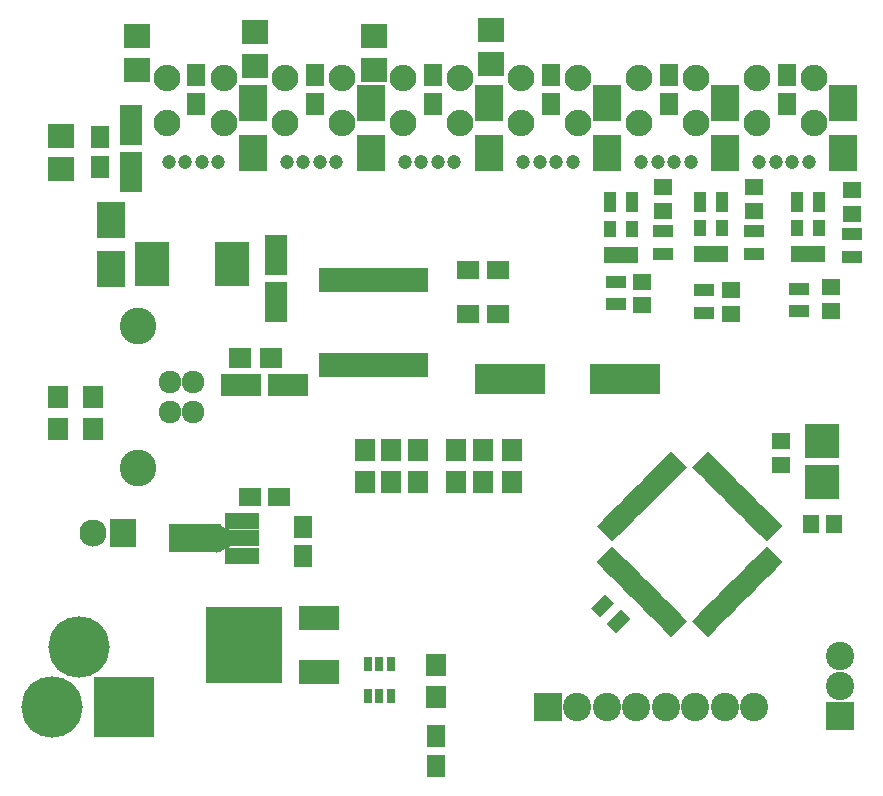
<source format=gbr>
%TF.GenerationSoftware,KiCad,Pcbnew,4.0.1-stable*%
%TF.CreationDate,2016-05-16T17:45:50+03:00*%
%TF.ProjectId,6xUSB_PowMet,36785553425F506F774D65742E6B6963,rev?*%
%TF.FileFunction,Soldermask,Top*%
%FSLAX46Y46*%
G04 Gerber Fmt 4.6, Leading zero omitted, Abs format (unit mm)*
G04 Created by KiCad (PCBNEW 4.0.1-stable) date 16.05.2016 17:45:50*
%MOMM*%
G01*
G04 APERTURE LIST*
%ADD10C,0.100000*%
%ADD11R,1.650000X1.900000*%
%ADD12C,5.200600*%
%ADD13R,5.200600X5.200600*%
%ADD14R,1.400000X1.650000*%
%ADD15R,1.100000X1.700000*%
%ADD16C,1.924000*%
%ADD17C,3.100020*%
%ADD18O,2.250000X2.250000*%
%ADD19C,1.200000*%
%ADD20R,1.900000X1.650000*%
%ADD21R,2.899360X3.699460*%
%ADD22R,2.429460X3.051760*%
%ADD23R,1.700000X1.900000*%
%ADD24R,1.900000X1.700000*%
%ADD25R,2.901900X1.400760*%
%ADD26R,4.400500X2.398980*%
%ADD27R,0.850000X2.150000*%
%ADD28R,6.000700X2.500580*%
%ADD29R,2.300000X2.400000*%
%ADD30C,2.300000*%
%ADD31R,1.650000X1.400000*%
%ADD32R,1.700000X1.100000*%
%ADD33R,1.050000X1.460000*%
%ADD34R,2.400000X2.400000*%
%ADD35C,2.400000*%
%ADD36R,2.200860X1.997660*%
%ADD37R,2.900000X2.900000*%
%ADD38R,3.448000X2.051000*%
%ADD39R,6.496000X6.496000*%
%ADD40R,0.740000X1.240000*%
%ADD41R,1.901140X3.399740*%
%ADD42R,3.399740X1.901140*%
G04 APERTURE END LIST*
D10*
D11*
X101813575Y-62029999D03*
X101813575Y-59529999D03*
D12*
X97750000Y-107750000D03*
D13*
X103846000Y-107750000D03*
D12*
X100036000Y-102670000D03*
D10*
G36*
X144555188Y-96159709D02*
X143883437Y-95487958D01*
X145226940Y-94144455D01*
X145898691Y-94816206D01*
X144555188Y-96159709D01*
X144555188Y-96159709D01*
G37*
G36*
X145120874Y-96725394D02*
X144449123Y-96053643D01*
X145792626Y-94710140D01*
X146464377Y-95381891D01*
X145120874Y-96725394D01*
X145120874Y-96725394D01*
G37*
G36*
X145686559Y-97291079D02*
X145014808Y-96619328D01*
X146358311Y-95275825D01*
X147030062Y-95947576D01*
X145686559Y-97291079D01*
X145686559Y-97291079D01*
G37*
G36*
X146252244Y-97856765D02*
X145580493Y-97185014D01*
X146923996Y-95841511D01*
X147595747Y-96513262D01*
X146252244Y-97856765D01*
X146252244Y-97856765D01*
G37*
G36*
X146817930Y-98422450D02*
X146146179Y-97750699D01*
X147489682Y-96407196D01*
X148161433Y-97078947D01*
X146817930Y-98422450D01*
X146817930Y-98422450D01*
G37*
G36*
X147383615Y-98988136D02*
X146711864Y-98316385D01*
X148055367Y-96972882D01*
X148727118Y-97644633D01*
X147383615Y-98988136D01*
X147383615Y-98988136D01*
G37*
G36*
X147949301Y-99553821D02*
X147277550Y-98882070D01*
X148621053Y-97538567D01*
X149292804Y-98210318D01*
X147949301Y-99553821D01*
X147949301Y-99553821D01*
G37*
G36*
X148514986Y-100119507D02*
X147843235Y-99447756D01*
X149186738Y-98104253D01*
X149858489Y-98776004D01*
X148514986Y-100119507D01*
X148514986Y-100119507D01*
G37*
G36*
X149080672Y-100685192D02*
X148408921Y-100013441D01*
X149752424Y-98669938D01*
X150424175Y-99341689D01*
X149080672Y-100685192D01*
X149080672Y-100685192D01*
G37*
G36*
X149646357Y-101250877D02*
X148974606Y-100579126D01*
X150318109Y-99235623D01*
X150989860Y-99907374D01*
X149646357Y-101250877D01*
X149646357Y-101250877D01*
G37*
G36*
X150212042Y-101816563D02*
X149540291Y-101144812D01*
X150883794Y-99801309D01*
X151555545Y-100473060D01*
X150212042Y-101816563D01*
X150212042Y-101816563D01*
G37*
G36*
X153959709Y-101144812D02*
X153287958Y-101816563D01*
X151944455Y-100473060D01*
X152616206Y-99801309D01*
X153959709Y-101144812D01*
X153959709Y-101144812D01*
G37*
G36*
X154525394Y-100579126D02*
X153853643Y-101250877D01*
X152510140Y-99907374D01*
X153181891Y-99235623D01*
X154525394Y-100579126D01*
X154525394Y-100579126D01*
G37*
G36*
X155091079Y-100013441D02*
X154419328Y-100685192D01*
X153075825Y-99341689D01*
X153747576Y-98669938D01*
X155091079Y-100013441D01*
X155091079Y-100013441D01*
G37*
G36*
X155656765Y-99447756D02*
X154985014Y-100119507D01*
X153641511Y-98776004D01*
X154313262Y-98104253D01*
X155656765Y-99447756D01*
X155656765Y-99447756D01*
G37*
G36*
X156222450Y-98882070D02*
X155550699Y-99553821D01*
X154207196Y-98210318D01*
X154878947Y-97538567D01*
X156222450Y-98882070D01*
X156222450Y-98882070D01*
G37*
G36*
X156788136Y-98316385D02*
X156116385Y-98988136D01*
X154772882Y-97644633D01*
X155444633Y-96972882D01*
X156788136Y-98316385D01*
X156788136Y-98316385D01*
G37*
G36*
X157353821Y-97750699D02*
X156682070Y-98422450D01*
X155338567Y-97078947D01*
X156010318Y-96407196D01*
X157353821Y-97750699D01*
X157353821Y-97750699D01*
G37*
G36*
X157919507Y-97185014D02*
X157247756Y-97856765D01*
X155904253Y-96513262D01*
X156576004Y-95841511D01*
X157919507Y-97185014D01*
X157919507Y-97185014D01*
G37*
G36*
X158485192Y-96619328D02*
X157813441Y-97291079D01*
X156469938Y-95947576D01*
X157141689Y-95275825D01*
X158485192Y-96619328D01*
X158485192Y-96619328D01*
G37*
G36*
X159050877Y-96053643D02*
X158379126Y-96725394D01*
X157035623Y-95381891D01*
X157707374Y-94710140D01*
X159050877Y-96053643D01*
X159050877Y-96053643D01*
G37*
G36*
X159616563Y-95487958D02*
X158944812Y-96159709D01*
X157601309Y-94816206D01*
X158273060Y-94144455D01*
X159616563Y-95487958D01*
X159616563Y-95487958D01*
G37*
G36*
X158273060Y-93755545D02*
X157601309Y-93083794D01*
X158944812Y-91740291D01*
X159616563Y-92412042D01*
X158273060Y-93755545D01*
X158273060Y-93755545D01*
G37*
G36*
X157707374Y-93189860D02*
X157035623Y-92518109D01*
X158379126Y-91174606D01*
X159050877Y-91846357D01*
X157707374Y-93189860D01*
X157707374Y-93189860D01*
G37*
G36*
X157141689Y-92624175D02*
X156469938Y-91952424D01*
X157813441Y-90608921D01*
X158485192Y-91280672D01*
X157141689Y-92624175D01*
X157141689Y-92624175D01*
G37*
G36*
X156576004Y-92058489D02*
X155904253Y-91386738D01*
X157247756Y-90043235D01*
X157919507Y-90714986D01*
X156576004Y-92058489D01*
X156576004Y-92058489D01*
G37*
G36*
X156010318Y-91492804D02*
X155338567Y-90821053D01*
X156682070Y-89477550D01*
X157353821Y-90149301D01*
X156010318Y-91492804D01*
X156010318Y-91492804D01*
G37*
G36*
X155444633Y-90927118D02*
X154772882Y-90255367D01*
X156116385Y-88911864D01*
X156788136Y-89583615D01*
X155444633Y-90927118D01*
X155444633Y-90927118D01*
G37*
G36*
X154878947Y-90361433D02*
X154207196Y-89689682D01*
X155550699Y-88346179D01*
X156222450Y-89017930D01*
X154878947Y-90361433D01*
X154878947Y-90361433D01*
G37*
G36*
X154313262Y-89795747D02*
X153641511Y-89123996D01*
X154985014Y-87780493D01*
X155656765Y-88452244D01*
X154313262Y-89795747D01*
X154313262Y-89795747D01*
G37*
G36*
X153747576Y-89230062D02*
X153075825Y-88558311D01*
X154419328Y-87214808D01*
X155091079Y-87886559D01*
X153747576Y-89230062D01*
X153747576Y-89230062D01*
G37*
G36*
X153181891Y-88664377D02*
X152510140Y-87992626D01*
X153853643Y-86649123D01*
X154525394Y-87320874D01*
X153181891Y-88664377D01*
X153181891Y-88664377D01*
G37*
G36*
X152616206Y-88098691D02*
X151944455Y-87426940D01*
X153287958Y-86083437D01*
X153959709Y-86755188D01*
X152616206Y-88098691D01*
X152616206Y-88098691D01*
G37*
G36*
X151555545Y-87426940D02*
X150883794Y-88098691D01*
X149540291Y-86755188D01*
X150212042Y-86083437D01*
X151555545Y-87426940D01*
X151555545Y-87426940D01*
G37*
G36*
X150989860Y-87992626D02*
X150318109Y-88664377D01*
X148974606Y-87320874D01*
X149646357Y-86649123D01*
X150989860Y-87992626D01*
X150989860Y-87992626D01*
G37*
G36*
X150424175Y-88558311D02*
X149752424Y-89230062D01*
X148408921Y-87886559D01*
X149080672Y-87214808D01*
X150424175Y-88558311D01*
X150424175Y-88558311D01*
G37*
G36*
X149858489Y-89123996D02*
X149186738Y-89795747D01*
X147843235Y-88452244D01*
X148514986Y-87780493D01*
X149858489Y-89123996D01*
X149858489Y-89123996D01*
G37*
G36*
X149292804Y-89689682D02*
X148621053Y-90361433D01*
X147277550Y-89017930D01*
X147949301Y-88346179D01*
X149292804Y-89689682D01*
X149292804Y-89689682D01*
G37*
G36*
X148727118Y-90255367D02*
X148055367Y-90927118D01*
X146711864Y-89583615D01*
X147383615Y-88911864D01*
X148727118Y-90255367D01*
X148727118Y-90255367D01*
G37*
G36*
X148161433Y-90821053D02*
X147489682Y-91492804D01*
X146146179Y-90149301D01*
X146817930Y-89477550D01*
X148161433Y-90821053D01*
X148161433Y-90821053D01*
G37*
G36*
X147595747Y-91386738D02*
X146923996Y-92058489D01*
X145580493Y-90714986D01*
X146252244Y-90043235D01*
X147595747Y-91386738D01*
X147595747Y-91386738D01*
G37*
G36*
X147030062Y-91952424D02*
X146358311Y-92624175D01*
X145014808Y-91280672D01*
X145686559Y-90608921D01*
X147030062Y-91952424D01*
X147030062Y-91952424D01*
G37*
G36*
X146464377Y-92518109D02*
X145792626Y-93189860D01*
X144449123Y-91846357D01*
X145120874Y-91174606D01*
X146464377Y-92518109D01*
X146464377Y-92518109D01*
G37*
G36*
X145898691Y-93083794D02*
X145226940Y-93755545D01*
X143883437Y-92412042D01*
X144555188Y-91740291D01*
X145898691Y-93083794D01*
X145898691Y-93083794D01*
G37*
D14*
X162000000Y-92250000D03*
X164000000Y-92250000D03*
D15*
X145000000Y-65000000D03*
X146900000Y-65000000D03*
D16*
X109748980Y-82790000D03*
X109748980Y-80250000D03*
X107750000Y-80250000D03*
X107750000Y-82790000D03*
D17*
X105049980Y-87519480D03*
X105049980Y-75520520D03*
D18*
X127480000Y-58340000D03*
X127480000Y-54500000D03*
X132320000Y-54500000D03*
D19*
X131850000Y-61610000D03*
X130450000Y-61610000D03*
X129050000Y-61610000D03*
D18*
X132320000Y-58340000D03*
D19*
X127650000Y-61610000D03*
D18*
X147480000Y-58340000D03*
X147480000Y-54500000D03*
X152320000Y-54500000D03*
D19*
X151850000Y-61610000D03*
X150450000Y-61610000D03*
X149050000Y-61610000D03*
D18*
X152320000Y-58340000D03*
D19*
X147650000Y-61610000D03*
D18*
X157480000Y-58340000D03*
X157480000Y-54500000D03*
X162320000Y-54500000D03*
D19*
X161850000Y-61610000D03*
X160450000Y-61610000D03*
X159050000Y-61610000D03*
D18*
X162320000Y-58340000D03*
D19*
X157650000Y-61610000D03*
D18*
X137480000Y-58340000D03*
X137480000Y-54500000D03*
X142320000Y-54500000D03*
D19*
X141850000Y-61610000D03*
X140450000Y-61610000D03*
X139050000Y-61610000D03*
D18*
X142320000Y-58340000D03*
D19*
X137650000Y-61610000D03*
D18*
X117480000Y-58340000D03*
X117480000Y-54500000D03*
X122320000Y-54500000D03*
D19*
X121850000Y-61610000D03*
X120450000Y-61610000D03*
X119050000Y-61610000D03*
D18*
X122320000Y-58340000D03*
D19*
X117650000Y-61610000D03*
D18*
X107480000Y-58340000D03*
X107480000Y-54500000D03*
X112320000Y-54500000D03*
D19*
X111850000Y-61610000D03*
X110450000Y-61610000D03*
X109050000Y-61610000D03*
D18*
X112320000Y-58340000D03*
D19*
X107650000Y-61610000D03*
D11*
X120000000Y-54250000D03*
X120000000Y-56750000D03*
X140000000Y-54250000D03*
X140000000Y-56750000D03*
X130000000Y-54250000D03*
X130000000Y-56750000D03*
X150000000Y-54250000D03*
X150000000Y-56750000D03*
X160000000Y-54250000D03*
X160000000Y-56750000D03*
D20*
X117000000Y-90000000D03*
X114500000Y-90000000D03*
D11*
X119000000Y-92500000D03*
X119000000Y-95000000D03*
D20*
X133000000Y-70750000D03*
X135500000Y-70750000D03*
X135500000Y-74500000D03*
X133000000Y-74500000D03*
D21*
X106250000Y-70250000D03*
X113052120Y-70250000D03*
D22*
X114750000Y-56664660D03*
X114750000Y-60835340D03*
X124750000Y-56664660D03*
X124750000Y-60835340D03*
X144750000Y-60835340D03*
X144750000Y-56664660D03*
X134750000Y-60835340D03*
X134750000Y-56664660D03*
D23*
X136750000Y-88700000D03*
X136750000Y-86000000D03*
X128750000Y-88750000D03*
X128750000Y-86050000D03*
X124250000Y-88700000D03*
X124250000Y-86000000D03*
D24*
X116350000Y-78250000D03*
X113650000Y-78250000D03*
D25*
X113852740Y-95001140D03*
X113852740Y-93500000D03*
X113852740Y-91998860D03*
D26*
X109900500Y-93500000D03*
D10*
G36*
X111675350Y-92299240D02*
X112824650Y-92799620D01*
X112824650Y-94200380D01*
X111675350Y-94700760D01*
X111675350Y-92299240D01*
X111675350Y-92299240D01*
G37*
D27*
X129225000Y-71650000D03*
X128575000Y-71650000D03*
X127925000Y-71650000D03*
X127275000Y-71650000D03*
X126625000Y-71650000D03*
X125975000Y-71650000D03*
X125325000Y-71650000D03*
X124675000Y-71650000D03*
X124025000Y-71650000D03*
X123375000Y-71650000D03*
X122725000Y-71650000D03*
X122075000Y-71650000D03*
X121425000Y-71650000D03*
X120775000Y-71650000D03*
X120775000Y-78850000D03*
X121425000Y-78850000D03*
X122075000Y-78850000D03*
X122725000Y-78850000D03*
X123375000Y-78850000D03*
X124025000Y-78850000D03*
X124675000Y-78850000D03*
X125325000Y-78850000D03*
X125975000Y-78850000D03*
X126625000Y-78850000D03*
X127275000Y-78850000D03*
X127925000Y-78850000D03*
X128575000Y-78850000D03*
X129225000Y-78850000D03*
D28*
X146250000Y-80000000D03*
X136552280Y-80000000D03*
D22*
X102750000Y-66500000D03*
X102750000Y-70670680D03*
D11*
X110000000Y-54250000D03*
X110000000Y-56750000D03*
D29*
X103750000Y-93000000D03*
D30*
X101210000Y-93000000D03*
D22*
X154750000Y-60835340D03*
X154750000Y-56664660D03*
X164750000Y-60835340D03*
X164750000Y-56664660D03*
D23*
X101250000Y-81550000D03*
X101250000Y-84250000D03*
X134250000Y-88700000D03*
X134250000Y-86000000D03*
X132000000Y-88700000D03*
X132000000Y-86000000D03*
X98250000Y-81550000D03*
X98250000Y-84250000D03*
X126500000Y-88700000D03*
X126500000Y-86000000D03*
D31*
X149500000Y-63750000D03*
X149500000Y-65750000D03*
X155250000Y-72500000D03*
X155250000Y-74500000D03*
X147750000Y-71750000D03*
X147750000Y-73750000D03*
X159500000Y-87250000D03*
X159500000Y-85250000D03*
X157250000Y-63750000D03*
X157250000Y-65750000D03*
X163750000Y-72250000D03*
X163750000Y-74250000D03*
X165500000Y-64000000D03*
X165500000Y-66000000D03*
D32*
X149500000Y-67500000D03*
X149500000Y-69400000D03*
X145500000Y-71750000D03*
X145500000Y-73650000D03*
D10*
G36*
X146739949Y-100287868D02*
X145537868Y-101489949D01*
X144760051Y-100712132D01*
X145962132Y-99510051D01*
X146739949Y-100287868D01*
X146739949Y-100287868D01*
G37*
G36*
X145396447Y-98944366D02*
X144194366Y-100146447D01*
X143416549Y-99368630D01*
X144618630Y-98166549D01*
X145396447Y-98944366D01*
X145396447Y-98944366D01*
G37*
D32*
X153000000Y-72500000D03*
X153000000Y-74400000D03*
X157250000Y-67500000D03*
X157250000Y-69400000D03*
D15*
X152600000Y-65000000D03*
X154500000Y-65000000D03*
D32*
X161000000Y-72350000D03*
X161000000Y-74250000D03*
X165500000Y-67750000D03*
X165500000Y-69650000D03*
D15*
X160850000Y-65000000D03*
X162750000Y-65000000D03*
D33*
X145000000Y-69500000D03*
X145950000Y-69500000D03*
X146900000Y-69500000D03*
X146900000Y-67300000D03*
X145000000Y-67300000D03*
X152600000Y-69450000D03*
X153550000Y-69450000D03*
X154500000Y-69450000D03*
X154500000Y-67250000D03*
X152600000Y-67250000D03*
X160850000Y-69450000D03*
X161800000Y-69450000D03*
X162750000Y-69450000D03*
X162750000Y-67250000D03*
X160850000Y-67250000D03*
D34*
X139737000Y-107750000D03*
D35*
X142250000Y-107750000D03*
X144750000Y-107750000D03*
X147250000Y-107750000D03*
X149750000Y-107750000D03*
X152250000Y-107750000D03*
X154750000Y-107750000D03*
X157250000Y-107750000D03*
D34*
X164500000Y-108500000D03*
D35*
X164500000Y-105960000D03*
X164500000Y-103460000D03*
D36*
X105000000Y-51000000D03*
X105000000Y-53839720D03*
X115000000Y-53500000D03*
X115000000Y-50660280D03*
X125000000Y-51000000D03*
X125000000Y-53839720D03*
X134960000Y-53299720D03*
X134960000Y-50460000D03*
X98500000Y-59410280D03*
X98500000Y-62250000D03*
D37*
X163000000Y-88750000D03*
X163000000Y-85250000D03*
D11*
X130250000Y-110250000D03*
X130250000Y-112750000D03*
D38*
X120350000Y-104786000D03*
D39*
X114000000Y-102500000D03*
D38*
X120350000Y-100214000D03*
D23*
X130250000Y-106950000D03*
X130250000Y-104250000D03*
D40*
X124550000Y-106850000D03*
X125500000Y-106850000D03*
X126450000Y-106850000D03*
X126450000Y-104150000D03*
X125500000Y-104150000D03*
X124550000Y-104150000D03*
D41*
X116750000Y-73497960D03*
X116750000Y-69500000D03*
D42*
X117750000Y-80500000D03*
X113752040Y-80500000D03*
D41*
X104500000Y-58502040D03*
X104500000Y-62500000D03*
M02*

</source>
